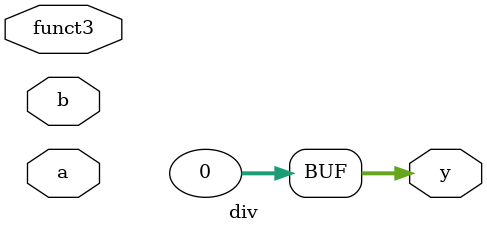
<source format=sv>
module div(
  input logic [31:0] a, b,
  input logic [1:0] funct3,
  output logic [31:0] y
);

parameter DIV    = 2'b00;
parameter DIVU   = 2'b01;
parameter REM    = 2'b10;
parameter REMU   = 2'b11;

assign y = 32'b0;

endmodule

</source>
